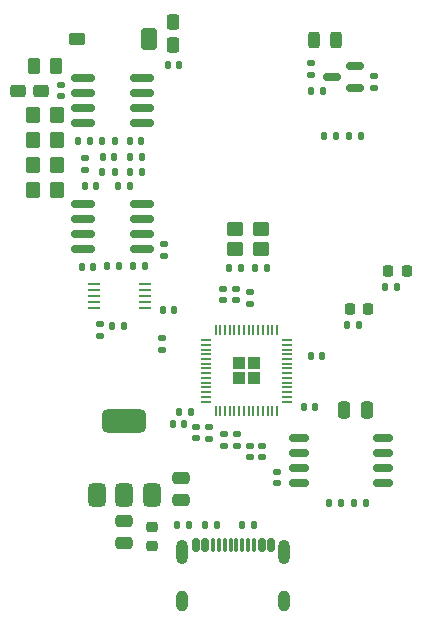
<source format=gbr>
%TF.GenerationSoftware,KiCad,Pcbnew,9.0.6*%
%TF.CreationDate,2025-11-30T17:52:57+02:00*%
%TF.ProjectId,laserboard,6c617365-7262-46f6-9172-642e6b696361,rev?*%
%TF.SameCoordinates,Original*%
%TF.FileFunction,Paste,Top*%
%TF.FilePolarity,Positive*%
%FSLAX46Y46*%
G04 Gerber Fmt 4.6, Leading zero omitted, Abs format (unit mm)*
G04 Created by KiCad (PCBNEW 9.0.6) date 2025-11-30 17:52:57*
%MOMM*%
%LPD*%
G01*
G04 APERTURE LIST*
G04 Aperture macros list*
%AMRoundRect*
0 Rectangle with rounded corners*
0 $1 Rounding radius*
0 $2 $3 $4 $5 $6 $7 $8 $9 X,Y pos of 4 corners*
0 Add a 4 corners polygon primitive as box body*
4,1,4,$2,$3,$4,$5,$6,$7,$8,$9,$2,$3,0*
0 Add four circle primitives for the rounded corners*
1,1,$1+$1,$2,$3*
1,1,$1+$1,$4,$5*
1,1,$1+$1,$6,$7*
1,1,$1+$1,$8,$9*
0 Add four rect primitives between the rounded corners*
20,1,$1+$1,$2,$3,$4,$5,0*
20,1,$1+$1,$4,$5,$6,$7,0*
20,1,$1+$1,$6,$7,$8,$9,0*
20,1,$1+$1,$8,$9,$2,$3,0*%
G04 Aperture macros list end*
%ADD10RoundRect,0.140000X0.140000X0.170000X-0.140000X0.170000X-0.140000X-0.170000X0.140000X-0.170000X0*%
%ADD11RoundRect,0.140000X-0.140000X-0.170000X0.140000X-0.170000X0.140000X0.170000X-0.140000X0.170000X0*%
%ADD12RoundRect,0.250000X-0.475000X0.250000X-0.475000X-0.250000X0.475000X-0.250000X0.475000X0.250000X0*%
%ADD13RoundRect,0.135000X-0.135000X-0.185000X0.135000X-0.185000X0.135000X0.185000X-0.135000X0.185000X0*%
%ADD14RoundRect,0.375000X0.375000X-0.625000X0.375000X0.625000X-0.375000X0.625000X-0.375000X-0.625000X0*%
%ADD15RoundRect,0.500000X1.400000X-0.500000X1.400000X0.500000X-1.400000X0.500000X-1.400000X-0.500000X0*%
%ADD16RoundRect,0.218750X0.218750X0.256250X-0.218750X0.256250X-0.218750X-0.256250X0.218750X-0.256250X0*%
%ADD17RoundRect,0.162500X0.650000X0.162500X-0.650000X0.162500X-0.650000X-0.162500X0.650000X-0.162500X0*%
%ADD18RoundRect,0.135000X0.135000X0.185000X-0.135000X0.185000X-0.135000X-0.185000X0.135000X-0.185000X0*%
%ADD19RoundRect,0.140000X-0.170000X0.140000X-0.170000X-0.140000X0.170000X-0.140000X0.170000X0.140000X0*%
%ADD20RoundRect,0.135000X-0.185000X0.135000X-0.185000X-0.135000X0.185000X-0.135000X0.185000X0.135000X0*%
%ADD21RoundRect,0.250000X0.292217X0.292217X-0.292217X0.292217X-0.292217X-0.292217X0.292217X-0.292217X0*%
%ADD22RoundRect,0.050000X0.387500X0.050000X-0.387500X0.050000X-0.387500X-0.050000X0.387500X-0.050000X0*%
%ADD23RoundRect,0.050000X0.050000X0.387500X-0.050000X0.387500X-0.050000X-0.387500X0.050000X-0.387500X0*%
%ADD24RoundRect,0.250000X0.350000X0.450000X-0.350000X0.450000X-0.350000X-0.450000X0.350000X-0.450000X0*%
%ADD25RoundRect,0.140000X0.170000X-0.140000X0.170000X0.140000X-0.170000X0.140000X-0.170000X-0.140000X0*%
%ADD26RoundRect,0.250000X0.475000X-0.250000X0.475000X0.250000X-0.475000X0.250000X-0.475000X-0.250000X0*%
%ADD27RoundRect,0.150000X-0.150000X-0.425000X0.150000X-0.425000X0.150000X0.425000X-0.150000X0.425000X0*%
%ADD28RoundRect,0.075000X-0.075000X-0.500000X0.075000X-0.500000X0.075000X0.500000X-0.075000X0.500000X0*%
%ADD29O,1.000000X2.100000*%
%ADD30O,1.000000X1.800000*%
%ADD31RoundRect,0.250000X-0.262500X-0.450000X0.262500X-0.450000X0.262500X0.450000X-0.262500X0.450000X0*%
%ADD32RoundRect,0.135000X0.185000X-0.135000X0.185000X0.135000X-0.185000X0.135000X-0.185000X-0.135000X0*%
%ADD33RoundRect,0.243750X-0.243750X-0.456250X0.243750X-0.456250X0.243750X0.456250X-0.243750X0.456250X0*%
%ADD34RoundRect,0.150000X-0.825000X-0.150000X0.825000X-0.150000X0.825000X0.150000X-0.825000X0.150000X0*%
%ADD35RoundRect,0.162500X-0.487500X-0.787500X0.487500X-0.787500X0.487500X0.787500X-0.487500X0.787500X0*%
%ADD36RoundRect,0.137500X-0.512500X-0.412500X0.512500X-0.412500X0.512500X0.412500X-0.512500X0.412500X0*%
%ADD37RoundRect,0.250000X-0.295000X0.407500X-0.295000X-0.407500X0.295000X-0.407500X0.295000X0.407500X0*%
%ADD38RoundRect,0.250000X0.450000X0.350000X-0.450000X0.350000X-0.450000X-0.350000X0.450000X-0.350000X0*%
%ADD39RoundRect,0.218750X0.256250X-0.218750X0.256250X0.218750X-0.256250X0.218750X-0.256250X-0.218750X0*%
%ADD40RoundRect,0.250000X-0.350000X-0.450000X0.350000X-0.450000X0.350000X0.450000X-0.350000X0.450000X0*%
%ADD41R,1.100000X0.250000*%
%ADD42RoundRect,0.150000X0.825000X0.150000X-0.825000X0.150000X-0.825000X-0.150000X0.825000X-0.150000X0*%
%ADD43RoundRect,0.250000X0.407500X0.295000X-0.407500X0.295000X-0.407500X-0.295000X0.407500X-0.295000X0*%
%ADD44RoundRect,0.250000X-0.250000X-0.475000X0.250000X-0.475000X0.250000X0.475000X-0.250000X0.475000X0*%
%ADD45RoundRect,0.150000X0.587500X0.150000X-0.587500X0.150000X-0.587500X-0.150000X0.587500X-0.150000X0*%
G04 APERTURE END LIST*
D10*
%TO.C,C6*%
X117480000Y-128400000D03*
X116520000Y-128400000D03*
%TD*%
D11*
%TO.C,C37*%
X120720000Y-118100000D03*
X121680000Y-118100000D03*
%TD*%
D12*
%TO.C,C18*%
X117000000Y-156700000D03*
X117000000Y-158600000D03*
%TD*%
D10*
%TO.C,C5*%
X116180000Y-125900000D03*
X115220000Y-125900000D03*
%TD*%
D13*
%TO.C,R6*%
X115580000Y-135165000D03*
X116600000Y-135165000D03*
%TD*%
D14*
%TO.C,U5*%
X114750000Y-154550000D03*
X117050000Y-154550000D03*
D15*
X117050000Y-148250000D03*
D14*
X119350000Y-154550000D03*
%TD*%
D16*
%TO.C,D3*%
X137690000Y-138750000D03*
X136115000Y-138750000D03*
%TD*%
D17*
%TO.C,U6*%
X138975000Y-153535000D03*
X138975000Y-152265000D03*
X138975000Y-150995000D03*
X138975000Y-149725000D03*
X131800000Y-149725000D03*
X131800000Y-150995000D03*
X131800000Y-152265000D03*
X131800000Y-153535000D03*
%TD*%
D18*
%TO.C,R27*%
X133860000Y-120340000D03*
X132840000Y-120340000D03*
%TD*%
D19*
%TO.C,C27*%
X127675000Y-150395000D03*
X127675000Y-151355000D03*
%TD*%
D13*
%TO.C,R14*%
X133950000Y-124140000D03*
X134970000Y-124140000D03*
%TD*%
D20*
%TO.C,R15*%
X138160000Y-119030000D03*
X138160000Y-120050000D03*
%TD*%
D10*
%TO.C,C31*%
X122655000Y-147500000D03*
X121695000Y-147500000D03*
%TD*%
D21*
%TO.C,U7*%
X128000000Y-144662500D03*
X128000000Y-143387500D03*
X126725000Y-144662500D03*
X126725000Y-143387500D03*
D22*
X130800000Y-146625000D03*
X130800000Y-146225000D03*
X130800000Y-145825000D03*
X130800000Y-145425000D03*
X130800000Y-145025000D03*
X130800000Y-144625000D03*
X130800000Y-144225000D03*
X130800000Y-143825000D03*
X130800000Y-143425000D03*
X130800000Y-143025000D03*
X130800000Y-142625000D03*
X130800000Y-142225000D03*
X130800000Y-141825000D03*
X130800000Y-141425000D03*
D23*
X129962500Y-140587500D03*
X129562500Y-140587500D03*
X129162500Y-140587500D03*
X128762500Y-140587500D03*
X128362500Y-140587500D03*
X127962500Y-140587500D03*
X127562500Y-140587500D03*
X127162500Y-140587500D03*
X126762500Y-140587500D03*
X126362500Y-140587500D03*
X125962500Y-140587500D03*
X125562500Y-140587500D03*
X125162500Y-140587500D03*
X124762500Y-140587500D03*
D22*
X123925000Y-141425000D03*
X123925000Y-141825000D03*
X123925000Y-142225000D03*
X123925000Y-142625000D03*
X123925000Y-143025000D03*
X123925000Y-143425000D03*
X123925000Y-143825000D03*
X123925000Y-144225000D03*
X123925000Y-144625000D03*
X123925000Y-145025000D03*
X123925000Y-145425000D03*
X123925000Y-145825000D03*
X123925000Y-146225000D03*
X123925000Y-146625000D03*
D23*
X124762500Y-147462500D03*
X125162500Y-147462500D03*
X125562500Y-147462500D03*
X125962500Y-147462500D03*
X126362500Y-147462500D03*
X126762500Y-147462500D03*
X127162500Y-147462500D03*
X127562500Y-147462500D03*
X127962500Y-147462500D03*
X128362500Y-147462500D03*
X128762500Y-147462500D03*
X129162500Y-147462500D03*
X129562500Y-147462500D03*
X129962500Y-147462500D03*
%TD*%
D24*
%TO.C,R26*%
X111300000Y-122400000D03*
X109300000Y-122400000D03*
%TD*%
D18*
%TO.C,R22*%
X128000000Y-157075000D03*
X126980000Y-157075000D03*
%TD*%
D16*
%TO.C,D4*%
X140975000Y-135550000D03*
X139400000Y-135550000D03*
%TD*%
D19*
%TO.C,C25*%
X123075000Y-148770000D03*
X123075000Y-149730000D03*
%TD*%
D25*
%TO.C,C26*%
X130000000Y-153530000D03*
X130000000Y-152570000D03*
%TD*%
D11*
%TO.C,C15*%
X128120000Y-135350000D03*
X129080000Y-135350000D03*
%TD*%
D13*
%TO.C,R16*%
X136490000Y-155250000D03*
X137510000Y-155250000D03*
%TD*%
D10*
%TO.C,C8*%
X114680000Y-128400000D03*
X113720000Y-128400000D03*
%TD*%
D19*
%TO.C,C30*%
X120200000Y-141270000D03*
X120200000Y-142230000D03*
%TD*%
D25*
%TO.C,C20*%
X111700000Y-120780000D03*
X111700000Y-119820000D03*
%TD*%
D26*
%TO.C,C17*%
X121800000Y-155000000D03*
X121800000Y-153100000D03*
%TD*%
D18*
%TO.C,R4*%
X116210000Y-127200000D03*
X115190000Y-127200000D03*
%TD*%
%TO.C,R5*%
X118810000Y-135165000D03*
X117790000Y-135165000D03*
%TD*%
D27*
%TO.C,J2*%
X123080000Y-158795000D03*
X123880000Y-158795000D03*
D28*
X125030000Y-158795000D03*
X126030000Y-158795000D03*
X126530000Y-158795000D03*
X127530000Y-158795000D03*
D27*
X128680000Y-158795000D03*
X129480000Y-158795000D03*
D28*
X128030000Y-158795000D03*
X127030000Y-158795000D03*
X125530000Y-158795000D03*
X124530000Y-158795000D03*
D29*
X121960000Y-159370000D03*
D30*
X121960000Y-163550000D03*
D29*
X130600000Y-159370000D03*
D30*
X130600000Y-163550000D03*
%TD*%
D31*
%TO.C,R29*%
X109387500Y-118200000D03*
X111212500Y-118200000D03*
%TD*%
D32*
%TO.C,R13*%
X132860000Y-118950000D03*
X132860000Y-117930000D03*
%TD*%
D10*
%TO.C,C34*%
X114400000Y-135200000D03*
X113440000Y-135200000D03*
%TD*%
D33*
%TO.C,D2*%
X133060000Y-116040000D03*
X134935000Y-116040000D03*
%TD*%
D11*
%TO.C,C3*%
X117520000Y-124600000D03*
X118480000Y-124600000D03*
%TD*%
D34*
%TO.C,U3*%
X113550000Y-119195000D03*
X113550000Y-120465000D03*
X113550000Y-121735000D03*
X113550000Y-123005000D03*
X118500000Y-123005000D03*
X118500000Y-121735000D03*
X118500000Y-120465000D03*
X118500000Y-119195000D03*
%TD*%
D35*
%TO.C,D1*%
X119150000Y-115900000D03*
D36*
X113050000Y-115900000D03*
%TD*%
D13*
%TO.C,R31*%
X121470000Y-157075000D03*
X122490000Y-157075000D03*
%TD*%
D19*
%TO.C,C22*%
X128700000Y-150370000D03*
X128700000Y-151330000D03*
%TD*%
D18*
%TO.C,R2*%
X118510000Y-127200000D03*
X117490000Y-127200000D03*
%TD*%
D10*
%TO.C,C19*%
X122080000Y-148550000D03*
X121120000Y-148550000D03*
%TD*%
D13*
%TO.C,R1*%
X117490000Y-125900000D03*
X118510000Y-125900000D03*
%TD*%
D37*
%TO.C,C36*%
X121200000Y-114500000D03*
X121200000Y-116455000D03*
%TD*%
D24*
%TO.C,R23*%
X111300000Y-126600000D03*
X109300000Y-126600000D03*
%TD*%
D38*
%TO.C,Y1*%
X128600000Y-132050000D03*
X126400000Y-132050000D03*
X126400000Y-133750000D03*
X128600000Y-133750000D03*
%TD*%
D39*
%TO.C,D5*%
X119380000Y-158862500D03*
X119380000Y-157287500D03*
%TD*%
D32*
%TO.C,R19*%
X126575000Y-150360000D03*
X126575000Y-149340000D03*
%TD*%
D18*
%TO.C,R30*%
X140110000Y-136950000D03*
X139090000Y-136950000D03*
%TD*%
D11*
%TO.C,C4*%
X116020000Y-140200000D03*
X116980000Y-140200000D03*
%TD*%
D32*
%TO.C,R18*%
X127700000Y-138340000D03*
X127700000Y-137320000D03*
%TD*%
D19*
%TO.C,C1*%
X115000000Y-140090000D03*
X115000000Y-141050000D03*
%TD*%
D13*
%TO.C,R3*%
X115190000Y-124600000D03*
X116210000Y-124600000D03*
%TD*%
D18*
%TO.C,R21*%
X124890000Y-157075000D03*
X123870000Y-157075000D03*
%TD*%
D40*
%TO.C,R24*%
X109300000Y-128700000D03*
X111300000Y-128700000D03*
%TD*%
D11*
%TO.C,C14*%
X136080000Y-124140000D03*
X137040000Y-124140000D03*
%TD*%
D41*
%TO.C,U2*%
X114500000Y-136700000D03*
X114500000Y-137200000D03*
X114500000Y-137700000D03*
X114500000Y-138200000D03*
X114500000Y-138700000D03*
X118800000Y-138700000D03*
X118800000Y-138200000D03*
X118800000Y-137700000D03*
X118800000Y-137200000D03*
X118800000Y-136700000D03*
%TD*%
D25*
%TO.C,C21*%
X125400000Y-138060000D03*
X125400000Y-137100000D03*
%TD*%
D40*
%TO.C,R25*%
X109300000Y-124500000D03*
X111300000Y-124500000D03*
%TD*%
D11*
%TO.C,C24*%
X132220000Y-147050000D03*
X133180000Y-147050000D03*
%TD*%
D25*
%TO.C,C28*%
X126500000Y-138040000D03*
X126500000Y-137080000D03*
%TD*%
D42*
%TO.C,U1*%
X118500000Y-133670000D03*
X118500000Y-132400000D03*
X118500000Y-131130000D03*
X118500000Y-129860000D03*
X113550000Y-129860000D03*
X113550000Y-131130000D03*
X113550000Y-132400000D03*
X113550000Y-133670000D03*
%TD*%
D43*
%TO.C,C33*%
X109977500Y-120300000D03*
X108022500Y-120300000D03*
%TD*%
D32*
%TO.C,R8*%
X113700000Y-127010000D03*
X113700000Y-125990000D03*
%TD*%
D44*
%TO.C,C32*%
X135650000Y-147350000D03*
X137550000Y-147350000D03*
%TD*%
D10*
%TO.C,C7*%
X114100000Y-124600000D03*
X113140000Y-124600000D03*
%TD*%
D13*
%TO.C,R17*%
X134390000Y-155250000D03*
X135410000Y-155250000D03*
%TD*%
D45*
%TO.C,N-MOS1*%
X136535000Y-120090000D03*
X136535000Y-118190000D03*
X134660000Y-119140000D03*
%TD*%
D25*
%TO.C,C35*%
X120400000Y-134280000D03*
X120400000Y-133320000D03*
%TD*%
D18*
%TO.C,R28*%
X136900000Y-140150000D03*
X135880000Y-140150000D03*
%TD*%
D10*
%TO.C,C16*%
X126880000Y-135350000D03*
X125920000Y-135350000D03*
%TD*%
D11*
%TO.C,C29*%
X132820000Y-142750000D03*
X133780000Y-142750000D03*
%TD*%
%TO.C,C2*%
X120320000Y-138850000D03*
X121280000Y-138850000D03*
%TD*%
D19*
%TO.C,C23*%
X124250000Y-148820000D03*
X124250000Y-149780000D03*
%TD*%
D32*
%TO.C,R20*%
X125475000Y-150360000D03*
X125475000Y-149340000D03*
%TD*%
M02*

</source>
